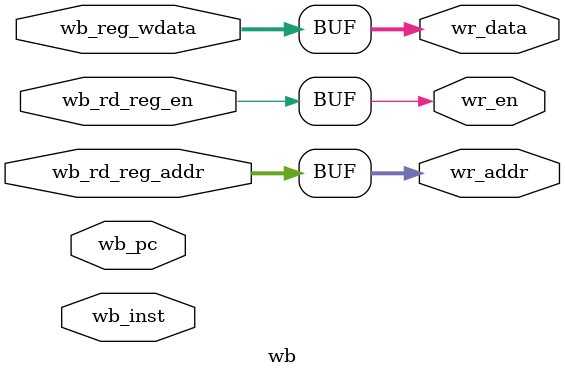
<source format=v>
module wb(

    input [31:0] wb_reg_wdata,     
    input        wb_rd_reg_en,                  
    input [4:0]  wb_rd_reg_addr,
    input [31:0] wb_pc,
    input [31:0] wb_inst,

    output reg        wr_en,
    output reg [4:0]  wr_addr,
    output reg [31:0] wr_data

);

always @(*) begin
    wr_en   =  wb_rd_reg_en;
    wr_addr =  wb_rd_reg_addr;
    wr_data =  wb_reg_wdata;
end

endmodule
</source>
